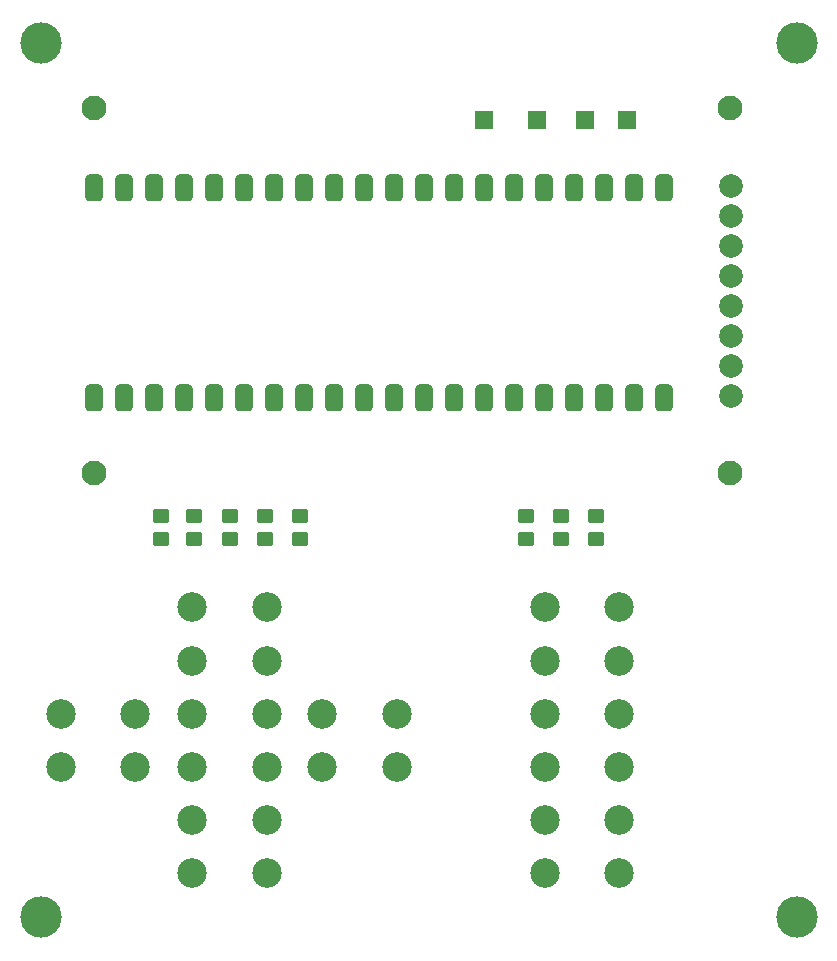
<source format=gbr>
%TF.GenerationSoftware,KiCad,Pcbnew,9.0.2*%
%TF.CreationDate,2025-07-03T12:37:51-06:00*%
%TF.ProjectId,seedsigner-luckfox-shipit,73656564-7369-4676-9e65-722d6c75636b,rev?*%
%TF.SameCoordinates,Original*%
%TF.FileFunction,Soldermask,Top*%
%TF.FilePolarity,Negative*%
%FSLAX46Y46*%
G04 Gerber Fmt 4.6, Leading zero omitted, Abs format (unit mm)*
G04 Created by KiCad (PCBNEW 9.0.2) date 2025-07-03 12:37:51*
%MOMM*%
%LPD*%
G01*
G04 APERTURE LIST*
G04 Aperture macros list*
%AMRoundRect*
0 Rectangle with rounded corners*
0 $1 Rounding radius*
0 $2 $3 $4 $5 $6 $7 $8 $9 X,Y pos of 4 corners*
0 Add a 4 corners polygon primitive as box body*
4,1,4,$2,$3,$4,$5,$6,$7,$8,$9,$2,$3,0*
0 Add four circle primitives for the rounded corners*
1,1,$1+$1,$2,$3*
1,1,$1+$1,$4,$5*
1,1,$1+$1,$6,$7*
1,1,$1+$1,$8,$9*
0 Add four rect primitives between the rounded corners*
20,1,$1+$1,$2,$3,$4,$5,0*
20,1,$1+$1,$4,$5,$6,$7,0*
20,1,$1+$1,$6,$7,$8,$9,0*
20,1,$1+$1,$8,$9,$2,$3,0*%
G04 Aperture macros list end*
%ADD10C,2.100000*%
%ADD11C,2.000000*%
%ADD12C,2.500000*%
%ADD13R,1.500000X1.500000*%
%ADD14RoundRect,0.250000X0.450000X-0.350000X0.450000X0.350000X-0.450000X0.350000X-0.450000X-0.350000X0*%
%ADD15C,3.500000*%
%ADD16RoundRect,0.381000X0.381000X-0.762000X0.381000X0.762000X-0.381000X0.762000X-0.381000X-0.762000X0*%
G04 APERTURE END LIST*
D10*
%TO.C,LCD1*%
X61350000Y-39400000D03*
X61350000Y-8500000D03*
X7500000Y-39400000D03*
X7500000Y-8500000D03*
D11*
X61450000Y-15060000D03*
X61450000Y-17600000D03*
X61450000Y-20140000D03*
X61450000Y-22680000D03*
X61450000Y-25220000D03*
X61450000Y-27760000D03*
X61450000Y-30300000D03*
X61450000Y-32840000D03*
%TD*%
D12*
%TO.C,SW1*%
X45700000Y-50750000D03*
X52000000Y-50750000D03*
X45700000Y-55250000D03*
X52000000Y-55250000D03*
%TD*%
D13*
%TO.C,TP2*%
X49100000Y-9500000D03*
%TD*%
D14*
%TO.C,R8*%
X25000000Y-45000000D03*
X25000000Y-43000000D03*
%TD*%
D12*
%TO.C,SW6*%
X15850000Y-50750000D03*
X22150000Y-50750000D03*
X15850000Y-55250000D03*
X22150000Y-55250000D03*
%TD*%
%TO.C,SW8*%
X15850000Y-59750000D03*
X22150000Y-59750000D03*
X15850000Y-64250000D03*
X22150000Y-64250000D03*
%TD*%
D14*
%TO.C,R4*%
X13200000Y-45000000D03*
X13200000Y-43000000D03*
%TD*%
%TO.C,R3*%
X50000000Y-45000000D03*
X50000000Y-43000000D03*
%TD*%
%TO.C,R7*%
X22000000Y-45000000D03*
X22000000Y-43000000D03*
%TD*%
D12*
%TO.C,SW3*%
X45700000Y-68750000D03*
X52000000Y-68750000D03*
X45700000Y-73250000D03*
X52000000Y-73250000D03*
%TD*%
D15*
%TO.C,H1*%
X3000000Y-3000000D03*
%TD*%
D14*
%TO.C,R5*%
X19000000Y-45000000D03*
X19000000Y-43000000D03*
%TD*%
D12*
%TO.C,SW4*%
X4700000Y-59750000D03*
X11000000Y-59750000D03*
X4700000Y-64250000D03*
X11000000Y-64250000D03*
%TD*%
%TO.C,SW5*%
X26850000Y-59750000D03*
X33150000Y-59750000D03*
X26850000Y-64250000D03*
X33150000Y-64250000D03*
%TD*%
D14*
%TO.C,R1*%
X44100000Y-45000000D03*
X44100000Y-43000000D03*
%TD*%
D13*
%TO.C,TP1*%
X52650000Y-9500000D03*
%TD*%
D14*
%TO.C,R2*%
X47050000Y-45000000D03*
X47050000Y-43000000D03*
%TD*%
D15*
%TO.C,H4*%
X3000000Y-77000000D03*
%TD*%
D14*
%TO.C,R6*%
X16000000Y-45000000D03*
X16000000Y-43000000D03*
%TD*%
D12*
%TO.C,SW7*%
X15850000Y-68750000D03*
X22150000Y-68750000D03*
X15850000Y-73250000D03*
X22150000Y-73250000D03*
%TD*%
D15*
%TO.C,H2*%
X67000000Y-3000000D03*
%TD*%
D12*
%TO.C,SW2*%
X45700000Y-59750000D03*
X52000000Y-59750000D03*
X45700000Y-64250000D03*
X52000000Y-64250000D03*
%TD*%
D13*
%TO.C,TP3*%
X40500000Y-9500000D03*
%TD*%
%TO.C,TP4*%
X45000000Y-9500000D03*
%TD*%
D15*
%TO.C,H3*%
X67000000Y-77000000D03*
%TD*%
D16*
%TO.C,U1*%
X55740000Y-33000000D03*
X53200000Y-33000000D03*
X50660000Y-33000000D03*
X48120000Y-33000000D03*
X45580000Y-33000000D03*
X43040000Y-33000000D03*
X40500000Y-33000000D03*
X37960000Y-33000000D03*
X35420000Y-33000000D03*
X32880000Y-33000000D03*
X30340000Y-33000000D03*
X27800000Y-33000000D03*
X25260000Y-33000000D03*
X22720000Y-33000000D03*
X20180000Y-33000000D03*
X17640000Y-33000000D03*
X15100000Y-33000000D03*
X12560000Y-33000000D03*
X10020000Y-33000000D03*
X7480000Y-33000000D03*
X7480000Y-15220000D03*
X10020000Y-15220000D03*
X12560000Y-15220000D03*
X15100000Y-15220000D03*
X17640000Y-15220000D03*
X20180000Y-15220000D03*
X22720000Y-15220000D03*
X25260000Y-15220000D03*
X27800000Y-15220000D03*
X30340000Y-15220000D03*
X32880000Y-15220000D03*
X35420000Y-15220000D03*
X37960000Y-15220000D03*
X40500000Y-15220000D03*
X43040000Y-15220000D03*
X45580000Y-15220000D03*
X48120000Y-15220000D03*
X50660000Y-15220000D03*
X53200000Y-15220000D03*
X55740000Y-15220000D03*
%TD*%
M02*

</source>
